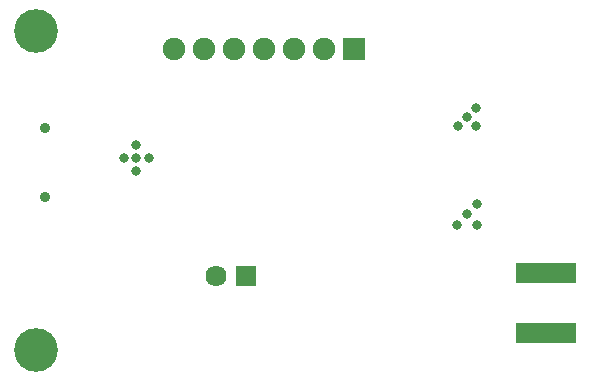
<source format=gbs>
G04*
G04 #@! TF.GenerationSoftware,Altium Limited,Altium Designer,23.0.1 (38)*
G04*
G04 Layer_Color=16711935*
%FSLAX42Y42*%
%MOMM*%
G71*
G04*
G04 #@! TF.SameCoordinates,C436630F-131B-4BCA-922F-36B4D9C4E9B2*
G04*
G04*
G04 #@! TF.FilePolarity,Negative*
G04*
G01*
G75*
%ADD44R,5.10X1.80*%
%ADD58C,3.70*%
%ADD59R,1.91X1.91*%
%ADD60C,1.91*%
%ADD61C,1.79*%
%ADD62R,1.79X1.79*%
%ADD63C,0.89*%
%ADD64C,0.80*%
D44*
X4719Y1054D02*
D03*
Y546D02*
D03*
D58*
X400Y3100D02*
D03*
Y400D02*
D03*
D59*
X3091Y2950D02*
D03*
D60*
X2837D02*
D03*
X2583D02*
D03*
X2329D02*
D03*
X2075D02*
D03*
X1821D02*
D03*
X1567D02*
D03*
D61*
X1925Y1025D02*
D03*
D62*
X2179D02*
D03*
D63*
X475Y2277D02*
D03*
Y1700D02*
D03*
D64*
X1250Y2025D02*
D03*
X1143D02*
D03*
X1357D02*
D03*
X1250Y2133D02*
D03*
Y1920D02*
D03*
X4050Y2375D02*
D03*
X4125Y2450D02*
D03*
X4050Y1550D02*
D03*
X4138Y1462D02*
D03*
X3962D02*
D03*
X4138Y1638D02*
D03*
X4125Y2300D02*
D03*
X3975D02*
D03*
M02*

</source>
